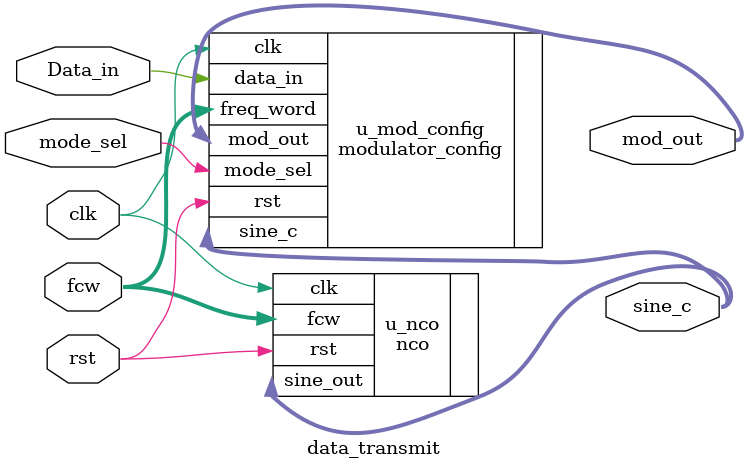
<source format=v>
module data_transmit #(
	 parameter OUTPUT_WIDTH = 12
)(
    input clk,
    input rst,
	 input Data_in,
	 input mode_sel,
	 input [15:0] fcw,
	 output [11:0] mod_out,
	 output [OUTPUT_WIDTH-1:0] sine_c
);

//	parameter N_prbs = 8;
//	wire prbs_out;
//	wire [N_prbs-1:0] prbs;
//	prbs #(.N(N_prbs)) u_prbs(
//		 .clk(clk),
//		 .rst(rst),
//		 .prbs_out(prbs),
//		 .prbs_bit_out(prbs_out)
//	);
//	
//	wire data_code;
//	data_code u_data_code(
//		.data_in(Data_in),   // 输入数据
//		.prbs_in(prbs_out),   // 输入的 PRBS 序列
//		.data_out(data_code)   // 异或后的输出
//	);
	 nco #(
		 .OUTPUT_WIDTH(OUTPUT_WIDTH)          // 输出值位宽
	 ) u_nco(
		 .clk(clk),                      // 时钟信号
		 .rst(rst),                    // 异步复位（高有效）
		 .fcw(fcw),    // 频率控制字
		 .sine_out(sine_c)           // 正弦输出（12位幅度值）
	 );
	
	modulator_config u_mod_config(
		.mode_sel(mode_sel),
		.clk(clk),
		.rst(rst),
		.data_in(Data_in),
		.freq_word(fcw),
		.mod_out(mod_out),
		.sine_c(sine_c)
		
	);
	
	
endmodule

</source>
